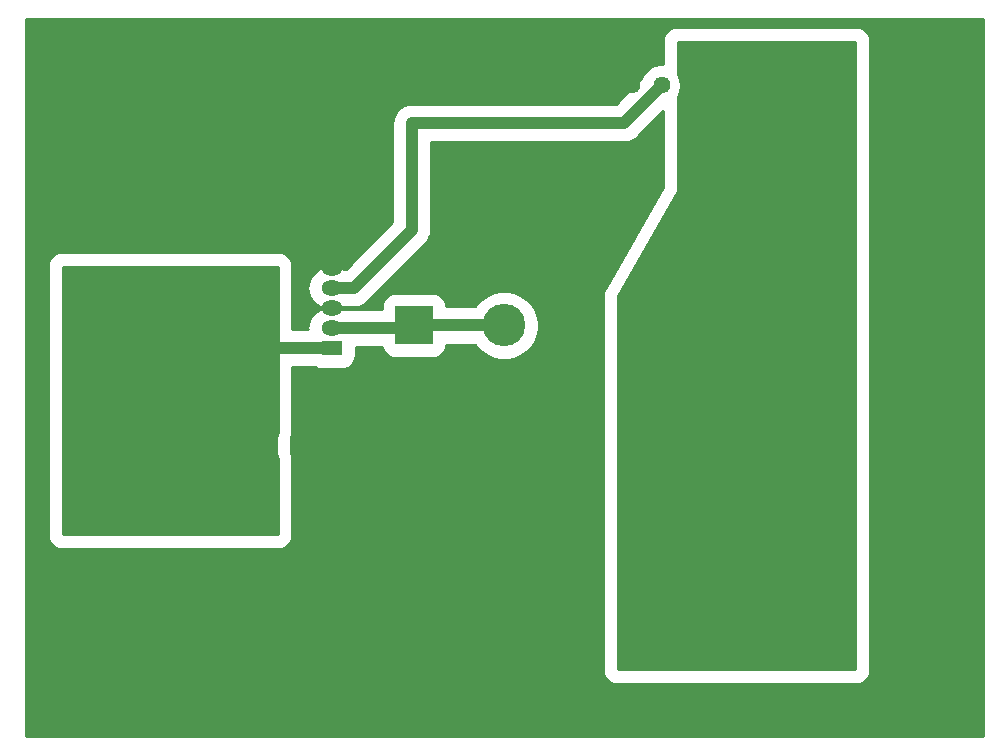
<source format=gbr>
%TF.GenerationSoftware,KiCad,Pcbnew,5.1.9*%
%TF.CreationDate,2021-02-16T23:46:53-03:00*%
%TF.ProjectId,positiva,706f7369-7469-4766-912e-6b696361645f,rev?*%
%TF.SameCoordinates,Original*%
%TF.FileFunction,Copper,L1,Top*%
%TF.FilePolarity,Positive*%
%FSLAX46Y46*%
G04 Gerber Fmt 4.6, Leading zero omitted, Abs format (unit mm)*
G04 Created by KiCad (PCBNEW 5.1.9) date 2021-02-16 23:46:53*
%MOMM*%
%LPD*%
G01*
G04 APERTURE LIST*
%TA.AperFunction,ComponentPad*%
%ADD10C,1.440000*%
%TD*%
%TA.AperFunction,ComponentPad*%
%ADD11C,1.600000*%
%TD*%
%TA.AperFunction,ComponentPad*%
%ADD12R,1.600000X1.600000*%
%TD*%
%TA.AperFunction,ComponentPad*%
%ADD13O,1.800000X1.275000*%
%TD*%
%TA.AperFunction,ComponentPad*%
%ADD14R,1.800000X1.275000*%
%TD*%
%TA.AperFunction,ComponentPad*%
%ADD15C,3.600000*%
%TD*%
%TA.AperFunction,ComponentPad*%
%ADD16C,10.160000*%
%TD*%
%TA.AperFunction,ComponentPad*%
%ADD17O,3.200000X3.200000*%
%TD*%
%TA.AperFunction,ComponentPad*%
%ADD18R,3.200000X3.200000*%
%TD*%
%TA.AperFunction,ComponentPad*%
%ADD19C,2.400000*%
%TD*%
%TA.AperFunction,ComponentPad*%
%ADD20R,2.400000X2.400000*%
%TD*%
%TA.AperFunction,Conductor*%
%ADD21C,1.000000*%
%TD*%
%TA.AperFunction,Conductor*%
%ADD22C,0.254000*%
%TD*%
%TA.AperFunction,Conductor*%
%ADD23C,0.100000*%
%TD*%
G04 APERTURE END LIST*
%TO.P,C2,2*%
%TO.N,GND*%
%TA.AperFunction,SMDPad,CuDef*%
G36*
G01*
X135520000Y-139715001D02*
X135520000Y-138414999D01*
G75*
G02*
X135769999Y-138165000I249999J0D01*
G01*
X136595001Y-138165000D01*
G75*
G02*
X136845000Y-138414999I0J-249999D01*
G01*
X136845000Y-139715001D01*
G75*
G02*
X136595001Y-139965000I-249999J0D01*
G01*
X135769999Y-139965000D01*
G75*
G02*
X135520000Y-139715001I0J249999D01*
G01*
G37*
%TD.AperFunction*%
%TO.P,C2,1*%
%TO.N,/Vin*%
%TA.AperFunction,SMDPad,CuDef*%
G36*
G01*
X132395000Y-139715001D02*
X132395000Y-138414999D01*
G75*
G02*
X132644999Y-138165000I249999J0D01*
G01*
X133470001Y-138165000D01*
G75*
G02*
X133720000Y-138414999I0J-249999D01*
G01*
X133720000Y-139715001D01*
G75*
G02*
X133470001Y-139965000I-249999J0D01*
G01*
X132644999Y-139965000D01*
G75*
G02*
X132395000Y-139715001I0J249999D01*
G01*
G37*
%TD.AperFunction*%
%TD*%
D10*
%TO.P,RV1,3*%
%TO.N,/VoutDC*%
X169545000Y-108585000D03*
%TO.P,RV1,2*%
%TO.N,/Vfb*%
X167005000Y-108585000D03*
%TO.P,RV1,1*%
%TO.N,GND*%
X164465000Y-108585000D03*
%TD*%
D11*
%TO.P,C1,2*%
%TO.N,GND*%
X120650000Y-121595000D03*
D12*
%TO.P,C1,1*%
%TO.N,/Vin*%
X120650000Y-125095000D03*
%TD*%
D13*
%TO.P,U1,5*%
%TO.N,GND*%
X139065000Y-124010000D03*
%TO.P,U1,4*%
%TO.N,/Vfb*%
X139065000Y-125710000D03*
%TO.P,U1,3*%
%TO.N,GND*%
X139065000Y-127410000D03*
%TO.P,U1,2*%
%TO.N,/VoutSW*%
X139065000Y-129110000D03*
D14*
%TO.P,U1,1*%
%TO.N,/Vin*%
X139065000Y-130810000D03*
%TD*%
D15*
%TO.P,L1,2*%
%TO.N,/VoutDC*%
X167170000Y-128905000D03*
%TO.P,L1,1*%
%TO.N,/VoutSW*%
X153670000Y-128905000D03*
%TD*%
D16*
%TO.P,J4,1*%
%TO.N,GND*%
X155575000Y-153035000D03*
%TD*%
%TO.P,J3,1*%
%TO.N,/VoutDC*%
X170180000Y-152400000D03*
%TD*%
%TO.P,J2,1*%
%TO.N,GND*%
X125730000Y-153670000D03*
%TD*%
%TO.P,J1,1*%
%TO.N,/Vin*%
X125095000Y-140335000D03*
%TD*%
D17*
%TO.P,D1,2*%
%TO.N,GND*%
X146050000Y-144145000D03*
D18*
%TO.P,D1,1*%
%TO.N,/VoutSW*%
X146050000Y-128905000D03*
%TD*%
D19*
%TO.P,C4,2*%
%TO.N,GND*%
X187205000Y-140335000D03*
D20*
%TO.P,C4,1*%
%TO.N,/VoutDC*%
X179705000Y-140335000D03*
%TD*%
D19*
%TO.P,C3,2*%
%TO.N,GND*%
X187205000Y-121285000D03*
D20*
%TO.P,C3,1*%
%TO.N,/VoutDC*%
X179705000Y-121285000D03*
%TD*%
D21*
%TO.N,/Vin*%
X139065000Y-130810000D02*
X132715000Y-130810000D01*
%TO.N,/VoutSW*%
X145845000Y-129110000D02*
X146050000Y-128905000D01*
X139065000Y-129110000D02*
X145845000Y-129110000D01*
X146050000Y-128905000D02*
X153670000Y-128905000D01*
%TO.N,/Vfb*%
X163830000Y-111760000D02*
X167005000Y-108585000D01*
X145850000Y-111760000D02*
X163830000Y-111760000D01*
X140965000Y-125710000D02*
X139065000Y-125710000D01*
X145850000Y-120825000D02*
X140965000Y-125710000D01*
X145850000Y-111760000D02*
X145850000Y-120825000D01*
%TD*%
D22*
%TO.N,/VoutDC*%
X183388000Y-157988000D02*
X163322000Y-157988000D01*
X163322000Y-126398727D01*
X168385267Y-117538010D01*
X168395441Y-117515287D01*
X168400986Y-117491016D01*
X168402000Y-117475000D01*
X168402000Y-109458763D01*
X168464552Y-109365147D01*
X168588707Y-109065412D01*
X168652000Y-108747215D01*
X168652000Y-108422785D01*
X168588707Y-108104588D01*
X168464552Y-107804853D01*
X168402000Y-107711237D01*
X168402000Y-104902000D01*
X183388000Y-104902000D01*
X183388000Y-157988000D01*
%TA.AperFunction,Conductor*%
D23*
G36*
X183388000Y-157988000D02*
G01*
X163322000Y-157988000D01*
X163322000Y-126398727D01*
X168385267Y-117538010D01*
X168395441Y-117515287D01*
X168400986Y-117491016D01*
X168402000Y-117475000D01*
X168402000Y-109458763D01*
X168464552Y-109365147D01*
X168588707Y-109065412D01*
X168652000Y-108747215D01*
X168652000Y-108422785D01*
X168588707Y-108104588D01*
X168464552Y-107804853D01*
X168402000Y-107711237D01*
X168402000Y-104902000D01*
X183388000Y-104902000D01*
X183388000Y-157988000D01*
G37*
%TD.AperFunction*%
%TD*%
D22*
%TO.N,/Vin*%
X134493000Y-137885546D02*
X134492780Y-137885958D01*
X134414110Y-138145296D01*
X134387547Y-138414999D01*
X134387547Y-139715001D01*
X134414110Y-139984704D01*
X134492780Y-140244042D01*
X134493000Y-140244454D01*
X134493000Y-146558000D01*
X116332000Y-146558000D01*
X116332000Y-123952000D01*
X134493000Y-123952000D01*
X134493000Y-137885546D01*
%TA.AperFunction,Conductor*%
D23*
G36*
X134493000Y-137885546D02*
G01*
X134492780Y-137885958D01*
X134414110Y-138145296D01*
X134387547Y-138414999D01*
X134387547Y-139715001D01*
X134414110Y-139984704D01*
X134492780Y-140244042D01*
X134493000Y-140244454D01*
X134493000Y-146558000D01*
X116332000Y-146558000D01*
X116332000Y-123952000D01*
X134493000Y-123952000D01*
X134493000Y-137885546D01*
G37*
%TD.AperFunction*%
%TD*%
D22*
%TO.N,GND*%
X194183000Y-163703000D02*
X113157000Y-163703000D01*
X113157000Y-123825000D01*
X115078000Y-123825000D01*
X115078000Y-146685000D01*
X115099655Y-146904867D01*
X115163788Y-147116284D01*
X115267934Y-147311128D01*
X115408091Y-147481909D01*
X115578872Y-147622066D01*
X115773716Y-147726212D01*
X115985133Y-147790345D01*
X116205000Y-147812000D01*
X134620000Y-147812000D01*
X134839867Y-147790345D01*
X135051284Y-147726212D01*
X135246128Y-147622066D01*
X135416909Y-147481909D01*
X135557066Y-147311128D01*
X135661212Y-147116284D01*
X135725345Y-146904867D01*
X135747000Y-146685000D01*
X135747000Y-132437000D01*
X137625457Y-132437000D01*
X137731629Y-132493750D01*
X137944069Y-132558193D01*
X138165000Y-132579953D01*
X139965000Y-132579953D01*
X140185931Y-132558193D01*
X140398371Y-132493750D01*
X140594157Y-132389100D01*
X140765765Y-132248265D01*
X140906600Y-132076657D01*
X141011250Y-131880871D01*
X141075693Y-131668431D01*
X141097453Y-131447500D01*
X141097453Y-130737000D01*
X143342665Y-130737000D01*
X143403750Y-130938371D01*
X143508400Y-131134157D01*
X143649235Y-131305765D01*
X143820843Y-131446600D01*
X144016629Y-131551250D01*
X144229069Y-131615693D01*
X144450000Y-131637453D01*
X147650000Y-131637453D01*
X147870931Y-131615693D01*
X148083371Y-131551250D01*
X148279157Y-131446600D01*
X148450765Y-131305765D01*
X148591600Y-131134157D01*
X148696250Y-130938371D01*
X148760693Y-130725931D01*
X148779794Y-130532000D01*
X151236853Y-130532000D01*
X151396450Y-130770854D01*
X151804146Y-131178550D01*
X152283545Y-131498874D01*
X152816225Y-131719518D01*
X153381716Y-131832000D01*
X153958284Y-131832000D01*
X154523775Y-131719518D01*
X155056455Y-131498874D01*
X155535854Y-131178550D01*
X155943550Y-130770854D01*
X156263874Y-130291455D01*
X156484518Y-129758775D01*
X156597000Y-129193284D01*
X156597000Y-128616716D01*
X156484518Y-128051225D01*
X156263874Y-127518545D01*
X155943550Y-127039146D01*
X155535854Y-126631450D01*
X155056455Y-126311126D01*
X154523775Y-126090482D01*
X153958284Y-125978000D01*
X153381716Y-125978000D01*
X152816225Y-126090482D01*
X152283545Y-126311126D01*
X151804146Y-126631450D01*
X151396450Y-127039146D01*
X151236853Y-127278000D01*
X148779794Y-127278000D01*
X148760693Y-127084069D01*
X148696250Y-126871629D01*
X148591600Y-126675843D01*
X148450765Y-126504235D01*
X148279157Y-126363400D01*
X148083371Y-126258750D01*
X147870931Y-126194307D01*
X147650000Y-126172547D01*
X144450000Y-126172547D01*
X144229069Y-126194307D01*
X144016629Y-126258750D01*
X143820843Y-126363400D01*
X143649235Y-126504235D01*
X143508400Y-126675843D01*
X143403750Y-126871629D01*
X143339307Y-127084069D01*
X143317547Y-127305000D01*
X143317547Y-127483000D01*
X140026728Y-127483000D01*
X140006012Y-127471927D01*
X139801866Y-127410000D01*
X140006012Y-127348073D01*
X140026728Y-127337000D01*
X140885086Y-127337000D01*
X140965000Y-127344871D01*
X141044914Y-127337000D01*
X141044925Y-127337000D01*
X141283948Y-127313458D01*
X141590638Y-127220425D01*
X141873286Y-127069346D01*
X142121029Y-126866029D01*
X142171979Y-126803946D01*
X146943951Y-122031975D01*
X147006029Y-121981029D01*
X147056975Y-121918951D01*
X147056978Y-121918948D01*
X147209346Y-121733286D01*
X147360424Y-121450640D01*
X147360425Y-121450638D01*
X147453458Y-121143948D01*
X147477000Y-120904925D01*
X147477000Y-120904915D01*
X147484871Y-120825001D01*
X147477000Y-120745086D01*
X147477000Y-113387000D01*
X163750086Y-113387000D01*
X163830000Y-113394871D01*
X163909914Y-113387000D01*
X163909925Y-113387000D01*
X164148948Y-113363458D01*
X164455638Y-113270425D01*
X164738286Y-113119346D01*
X164986029Y-112916029D01*
X165036979Y-112853946D01*
X167148000Y-110742926D01*
X167148000Y-117175709D01*
X162216490Y-125805851D01*
X162153788Y-125933716D01*
X162089655Y-126145133D01*
X162068000Y-126365000D01*
X162068000Y-158115000D01*
X162089655Y-158334867D01*
X162153788Y-158546284D01*
X162257934Y-158741128D01*
X162398091Y-158911909D01*
X162568872Y-159052066D01*
X162763716Y-159156212D01*
X162975133Y-159220345D01*
X163195000Y-159242000D01*
X183515000Y-159242000D01*
X183734867Y-159220345D01*
X183946284Y-159156212D01*
X184141128Y-159052066D01*
X184311909Y-158911909D01*
X184452066Y-158741128D01*
X184556212Y-158546284D01*
X184620345Y-158334867D01*
X184642000Y-158115000D01*
X184642000Y-104775000D01*
X184620345Y-104555133D01*
X184556212Y-104343716D01*
X184452066Y-104148872D01*
X184311909Y-103978091D01*
X184141128Y-103837934D01*
X183946284Y-103733788D01*
X183734867Y-103669655D01*
X183515000Y-103648000D01*
X168275000Y-103648000D01*
X168055133Y-103669655D01*
X167843716Y-103733788D01*
X167648872Y-103837934D01*
X167478091Y-103978091D01*
X167337934Y-104148872D01*
X167233788Y-104343716D01*
X167169655Y-104555133D01*
X167148000Y-104775000D01*
X167148000Y-106738000D01*
X166823086Y-106738000D01*
X166466250Y-106808979D01*
X166130117Y-106948210D01*
X165827606Y-107150341D01*
X165570341Y-107407606D01*
X165368210Y-107710117D01*
X165228979Y-108046250D01*
X165225541Y-108063533D01*
X163156075Y-110133000D01*
X145929925Y-110133000D01*
X145850000Y-110125128D01*
X145770075Y-110133000D01*
X145531052Y-110156542D01*
X145224362Y-110249575D01*
X144941714Y-110400654D01*
X144693971Y-110603971D01*
X144490654Y-110851714D01*
X144339575Y-111134362D01*
X144246542Y-111441052D01*
X144215128Y-111760000D01*
X144223000Y-111839925D01*
X144223001Y-120151073D01*
X140291075Y-124083000D01*
X140026728Y-124083000D01*
X140006012Y-124071927D01*
X139673402Y-123971031D01*
X139414179Y-123945500D01*
X138715821Y-123945500D01*
X138456598Y-123971031D01*
X138123988Y-124071927D01*
X137817453Y-124235774D01*
X137548774Y-124456274D01*
X137328274Y-124724953D01*
X137164427Y-125031488D01*
X137063531Y-125364098D01*
X137029463Y-125710000D01*
X137063531Y-126055902D01*
X137164427Y-126388512D01*
X137328274Y-126695047D01*
X137548774Y-126963726D01*
X137817453Y-127184226D01*
X138123988Y-127348073D01*
X138328134Y-127410000D01*
X138123988Y-127471927D01*
X137817453Y-127635774D01*
X137548774Y-127856274D01*
X137328274Y-128124953D01*
X137164427Y-128431488D01*
X137063531Y-128764098D01*
X137029463Y-129110000D01*
X137036653Y-129183000D01*
X135747000Y-129183000D01*
X135747000Y-123825000D01*
X135725345Y-123605133D01*
X135661212Y-123393716D01*
X135557066Y-123198872D01*
X135416909Y-123028091D01*
X135246128Y-122887934D01*
X135051284Y-122783788D01*
X134839867Y-122719655D01*
X134620000Y-122698000D01*
X116205000Y-122698000D01*
X115985133Y-122719655D01*
X115773716Y-122783788D01*
X115578872Y-122887934D01*
X115408091Y-123028091D01*
X115267934Y-123198872D01*
X115163788Y-123393716D01*
X115099655Y-123605133D01*
X115078000Y-123825000D01*
X113157000Y-123825000D01*
X113157000Y-102997000D01*
X194183000Y-102997000D01*
X194183000Y-163703000D01*
%TA.AperFunction,Conductor*%
D23*
G36*
X194183000Y-163703000D02*
G01*
X113157000Y-163703000D01*
X113157000Y-123825000D01*
X115078000Y-123825000D01*
X115078000Y-146685000D01*
X115099655Y-146904867D01*
X115163788Y-147116284D01*
X115267934Y-147311128D01*
X115408091Y-147481909D01*
X115578872Y-147622066D01*
X115773716Y-147726212D01*
X115985133Y-147790345D01*
X116205000Y-147812000D01*
X134620000Y-147812000D01*
X134839867Y-147790345D01*
X135051284Y-147726212D01*
X135246128Y-147622066D01*
X135416909Y-147481909D01*
X135557066Y-147311128D01*
X135661212Y-147116284D01*
X135725345Y-146904867D01*
X135747000Y-146685000D01*
X135747000Y-132437000D01*
X137625457Y-132437000D01*
X137731629Y-132493750D01*
X137944069Y-132558193D01*
X138165000Y-132579953D01*
X139965000Y-132579953D01*
X140185931Y-132558193D01*
X140398371Y-132493750D01*
X140594157Y-132389100D01*
X140765765Y-132248265D01*
X140906600Y-132076657D01*
X141011250Y-131880871D01*
X141075693Y-131668431D01*
X141097453Y-131447500D01*
X141097453Y-130737000D01*
X143342665Y-130737000D01*
X143403750Y-130938371D01*
X143508400Y-131134157D01*
X143649235Y-131305765D01*
X143820843Y-131446600D01*
X144016629Y-131551250D01*
X144229069Y-131615693D01*
X144450000Y-131637453D01*
X147650000Y-131637453D01*
X147870931Y-131615693D01*
X148083371Y-131551250D01*
X148279157Y-131446600D01*
X148450765Y-131305765D01*
X148591600Y-131134157D01*
X148696250Y-130938371D01*
X148760693Y-130725931D01*
X148779794Y-130532000D01*
X151236853Y-130532000D01*
X151396450Y-130770854D01*
X151804146Y-131178550D01*
X152283545Y-131498874D01*
X152816225Y-131719518D01*
X153381716Y-131832000D01*
X153958284Y-131832000D01*
X154523775Y-131719518D01*
X155056455Y-131498874D01*
X155535854Y-131178550D01*
X155943550Y-130770854D01*
X156263874Y-130291455D01*
X156484518Y-129758775D01*
X156597000Y-129193284D01*
X156597000Y-128616716D01*
X156484518Y-128051225D01*
X156263874Y-127518545D01*
X155943550Y-127039146D01*
X155535854Y-126631450D01*
X155056455Y-126311126D01*
X154523775Y-126090482D01*
X153958284Y-125978000D01*
X153381716Y-125978000D01*
X152816225Y-126090482D01*
X152283545Y-126311126D01*
X151804146Y-126631450D01*
X151396450Y-127039146D01*
X151236853Y-127278000D01*
X148779794Y-127278000D01*
X148760693Y-127084069D01*
X148696250Y-126871629D01*
X148591600Y-126675843D01*
X148450765Y-126504235D01*
X148279157Y-126363400D01*
X148083371Y-126258750D01*
X147870931Y-126194307D01*
X147650000Y-126172547D01*
X144450000Y-126172547D01*
X144229069Y-126194307D01*
X144016629Y-126258750D01*
X143820843Y-126363400D01*
X143649235Y-126504235D01*
X143508400Y-126675843D01*
X143403750Y-126871629D01*
X143339307Y-127084069D01*
X143317547Y-127305000D01*
X143317547Y-127483000D01*
X140026728Y-127483000D01*
X140006012Y-127471927D01*
X139801866Y-127410000D01*
X140006012Y-127348073D01*
X140026728Y-127337000D01*
X140885086Y-127337000D01*
X140965000Y-127344871D01*
X141044914Y-127337000D01*
X141044925Y-127337000D01*
X141283948Y-127313458D01*
X141590638Y-127220425D01*
X141873286Y-127069346D01*
X142121029Y-126866029D01*
X142171979Y-126803946D01*
X146943951Y-122031975D01*
X147006029Y-121981029D01*
X147056975Y-121918951D01*
X147056978Y-121918948D01*
X147209346Y-121733286D01*
X147360424Y-121450640D01*
X147360425Y-121450638D01*
X147453458Y-121143948D01*
X147477000Y-120904925D01*
X147477000Y-120904915D01*
X147484871Y-120825001D01*
X147477000Y-120745086D01*
X147477000Y-113387000D01*
X163750086Y-113387000D01*
X163830000Y-113394871D01*
X163909914Y-113387000D01*
X163909925Y-113387000D01*
X164148948Y-113363458D01*
X164455638Y-113270425D01*
X164738286Y-113119346D01*
X164986029Y-112916029D01*
X165036979Y-112853946D01*
X167148000Y-110742926D01*
X167148000Y-117175709D01*
X162216490Y-125805851D01*
X162153788Y-125933716D01*
X162089655Y-126145133D01*
X162068000Y-126365000D01*
X162068000Y-158115000D01*
X162089655Y-158334867D01*
X162153788Y-158546284D01*
X162257934Y-158741128D01*
X162398091Y-158911909D01*
X162568872Y-159052066D01*
X162763716Y-159156212D01*
X162975133Y-159220345D01*
X163195000Y-159242000D01*
X183515000Y-159242000D01*
X183734867Y-159220345D01*
X183946284Y-159156212D01*
X184141128Y-159052066D01*
X184311909Y-158911909D01*
X184452066Y-158741128D01*
X184556212Y-158546284D01*
X184620345Y-158334867D01*
X184642000Y-158115000D01*
X184642000Y-104775000D01*
X184620345Y-104555133D01*
X184556212Y-104343716D01*
X184452066Y-104148872D01*
X184311909Y-103978091D01*
X184141128Y-103837934D01*
X183946284Y-103733788D01*
X183734867Y-103669655D01*
X183515000Y-103648000D01*
X168275000Y-103648000D01*
X168055133Y-103669655D01*
X167843716Y-103733788D01*
X167648872Y-103837934D01*
X167478091Y-103978091D01*
X167337934Y-104148872D01*
X167233788Y-104343716D01*
X167169655Y-104555133D01*
X167148000Y-104775000D01*
X167148000Y-106738000D01*
X166823086Y-106738000D01*
X166466250Y-106808979D01*
X166130117Y-106948210D01*
X165827606Y-107150341D01*
X165570341Y-107407606D01*
X165368210Y-107710117D01*
X165228979Y-108046250D01*
X165225541Y-108063533D01*
X163156075Y-110133000D01*
X145929925Y-110133000D01*
X145850000Y-110125128D01*
X145770075Y-110133000D01*
X145531052Y-110156542D01*
X145224362Y-110249575D01*
X144941714Y-110400654D01*
X144693971Y-110603971D01*
X144490654Y-110851714D01*
X144339575Y-111134362D01*
X144246542Y-111441052D01*
X144215128Y-111760000D01*
X144223000Y-111839925D01*
X144223001Y-120151073D01*
X140291075Y-124083000D01*
X140026728Y-124083000D01*
X140006012Y-124071927D01*
X139673402Y-123971031D01*
X139414179Y-123945500D01*
X138715821Y-123945500D01*
X138456598Y-123971031D01*
X138123988Y-124071927D01*
X137817453Y-124235774D01*
X137548774Y-124456274D01*
X137328274Y-124724953D01*
X137164427Y-125031488D01*
X137063531Y-125364098D01*
X137029463Y-125710000D01*
X137063531Y-126055902D01*
X137164427Y-126388512D01*
X137328274Y-126695047D01*
X137548774Y-126963726D01*
X137817453Y-127184226D01*
X138123988Y-127348073D01*
X138328134Y-127410000D01*
X138123988Y-127471927D01*
X137817453Y-127635774D01*
X137548774Y-127856274D01*
X137328274Y-128124953D01*
X137164427Y-128431488D01*
X137063531Y-128764098D01*
X137029463Y-129110000D01*
X137036653Y-129183000D01*
X135747000Y-129183000D01*
X135747000Y-123825000D01*
X135725345Y-123605133D01*
X135661212Y-123393716D01*
X135557066Y-123198872D01*
X135416909Y-123028091D01*
X135246128Y-122887934D01*
X135051284Y-122783788D01*
X134839867Y-122719655D01*
X134620000Y-122698000D01*
X116205000Y-122698000D01*
X115985133Y-122719655D01*
X115773716Y-122783788D01*
X115578872Y-122887934D01*
X115408091Y-123028091D01*
X115267934Y-123198872D01*
X115163788Y-123393716D01*
X115099655Y-123605133D01*
X115078000Y-123825000D01*
X113157000Y-123825000D01*
X113157000Y-102997000D01*
X194183000Y-102997000D01*
X194183000Y-163703000D01*
G37*
%TD.AperFunction*%
%TD*%
M02*

</source>
